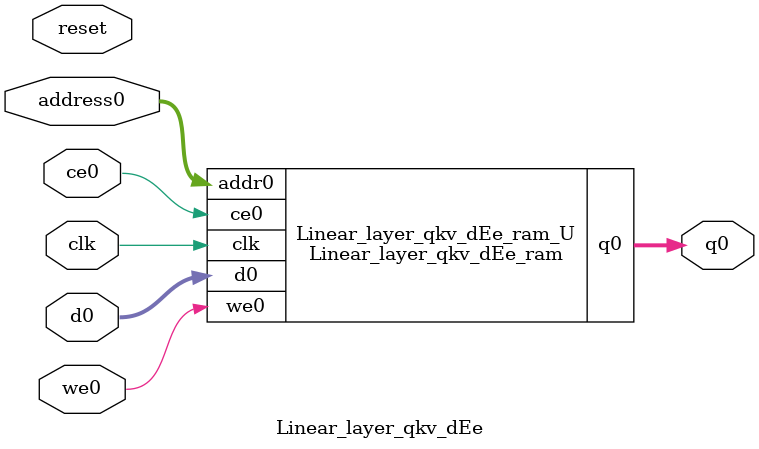
<source format=v>
`timescale 1 ns / 1 ps
module Linear_layer_qkv_dEe_ram (addr0, ce0, d0, we0, q0,  clk);

parameter DWIDTH = 12;
parameter AWIDTH = 14;
parameter MEM_SIZE = 9216;

input[AWIDTH-1:0] addr0;
input ce0;
input[DWIDTH-1:0] d0;
input we0;
output reg[DWIDTH-1:0] q0;
input clk;

(* ram_style = "block" *)reg [DWIDTH-1:0] ram[0:MEM_SIZE-1];




always @(posedge clk)  
begin 
    if (ce0) begin
        if (we0) 
            ram[addr0] <= d0; 
        q0 <= ram[addr0];
    end
end


endmodule

`timescale 1 ns / 1 ps
module Linear_layer_qkv_dEe(
    reset,
    clk,
    address0,
    ce0,
    we0,
    d0,
    q0);

parameter DataWidth = 32'd12;
parameter AddressRange = 32'd9216;
parameter AddressWidth = 32'd14;
input reset;
input clk;
input[AddressWidth - 1:0] address0;
input ce0;
input we0;
input[DataWidth - 1:0] d0;
output[DataWidth - 1:0] q0;



Linear_layer_qkv_dEe_ram Linear_layer_qkv_dEe_ram_U(
    .clk( clk ),
    .addr0( address0 ),
    .ce0( ce0 ),
    .we0( we0 ),
    .d0( d0 ),
    .q0( q0 ));

endmodule


</source>
